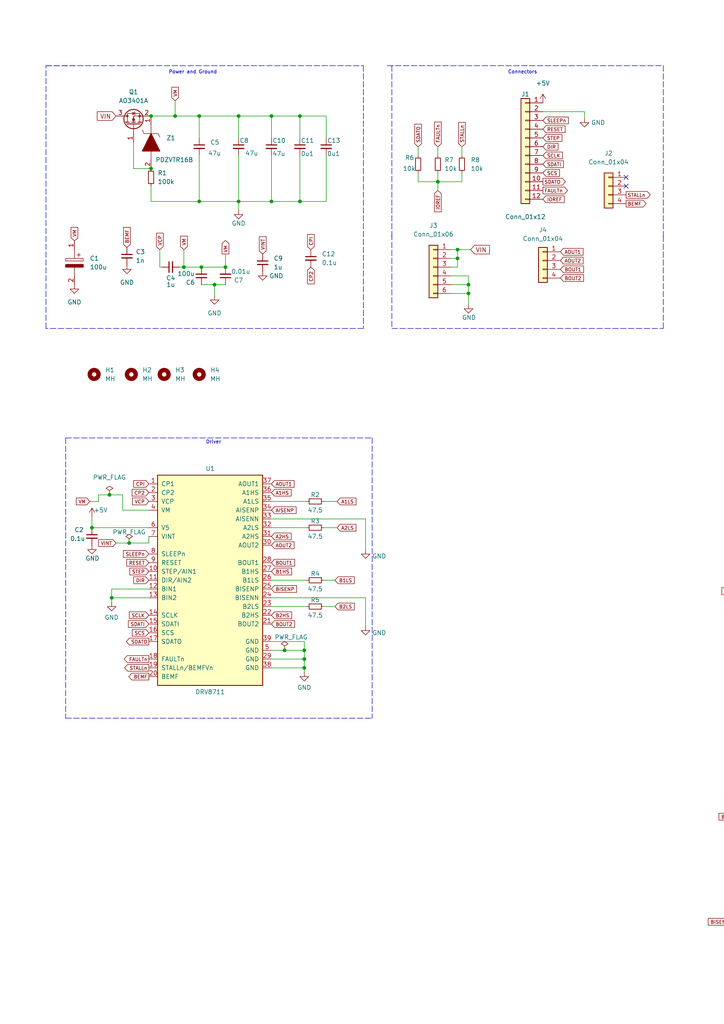
<source format=kicad_sch>
(kicad_sch (version 20211123) (generator eeschema)
  (paper "A4" portrait)
  (title_block (title "Stepper Motor Driver ") (date "2022-11-10") (rev "Mwangi Alex") (company "RoBEC"))
  (junction (at 259.715 264.16))
  (junction (at 262.89 130.175))
  (junction (at 243.205 267.335))
  (junction (at 217.805 226.695))
  (junction (at 62.23 82.55))
  (junction (at 132.715 72.39))
  (junction (at 242.57 219.71))
  (junction (at 284.48 256.54))
  (junction (at 259.08 245.11))
  (junction (at 246.38 116.205))
  (junction (at 252.095 267.335))
  (junction (at 287.655 127))
  (junction (at 218.44 267.335))
  (junction (at 247.015 164.465))
  (junction (at 53.34 77.47))
  (junction (at 127 52.705))
  (junction (at 259.715 267.335))
  (junction (at 135.89 85.09))
  (junction (at 284.48 252.73))
  (junction (at 287.655 123.19))
  (junction (at 283.845 215.265))
  (junction (at 263.525 168.275))
  (junction (at 284.48 248.92))
  (junction (at 246.38 112.395))
  (junction (at 82.55 188.595))
  (junction (at 259.08 236.22))
  (junction (at 217.805 236.855))
  (junction (at 88.265 188.595))
  (junction (at 78.74 33.655))
  (junction (at 220.98 112.395))
  (junction (at 88.265 191.135))
  (junction (at 88.265 193.675))
  (junction (at 43.815 48.895))
  (junction (at 217.805 248.92))
  (junction (at 262.89 149.225))
  (junction (at 243.205 252.73))
  (junction (at 221.615 140.97))
  (junction (at 287.655 119.38))
  (junction (at 283.845 211.455))
  (junction (at 50.8 33.655))
  (junction (at 221.615 130.81))
  (junction (at 246.38 123.825))
  (junction (at 135.89 82.55))
  (junction (at 221.615 153.035))
  (junction (at 283.845 222.885))
  (junction (at 247.015 160.655))
  (junction (at 37.465 157.48))
  (junction (at 287.655 111.76))
  (junction (at 57.785 58.42))
  (junction (at 262.255 111.76))
  (junction (at 283.845 219.075))
  (junction (at 247.015 168.275))
  (junction (at 287.655 115.57))
  (junction (at 26.67 153.035))
  (junction (at 32.385 173.355))
  (junction (at 262.89 127))
  (junction (at 247.015 156.845))
  (junction (at 86.995 33.655))
  (junction (at 221.615 127.635))
  (junction (at 221.615 149.225))
  (junction (at 222.25 171.45))
  (junction (at 217.805 245.11))
  (junction (at 247.015 171.45))
  (junction (at 288.29 160.655))
  (junction (at 243.205 248.92))
  (junction (at 242.57 212.09))
  (junction (at 57.785 33.655))
  (junction (at 288.29 153.035))
  (junction (at 258.445 207.645))
  (junction (at 247.015 153.035))
  (junction (at 263.525 171.45))
  (junction (at 259.08 226.06))
  (junction (at 262.89 153.035))
  (junction (at 288.29 168.275))
  (junction (at 243.205 264.16))
  (junction (at 242.57 215.9))
  (junction (at 65.405 77.47))
  (junction (at 217.805 223.52))
  (junction (at 246.38 127.635))
  (junction (at 243.205 256.54))
  (junction (at 255.905 171.45))
  (junction (at 69.215 58.42))
  (junction (at 43.815 33.655))
  (junction (at 218.44 264.16))
  (junction (at 252.095 278.13))
  (junction (at 132.715 74.93))
  (junction (at 86.995 58.42))
  (junction (at 288.29 156.845))
  (junction (at 78.74 58.42))
  (junction (at 242.57 223.52))
  (junction (at 255.905 182.245))
  (junction (at 217.17 208.28))
  (junction (at 31.75 143.51))
  (junction (at 242.57 208.28))
  (junction (at 69.215 33.655))
  (junction (at 259.08 248.92))
  (junction (at 243.205 260.35))
  (junction (at 283.845 207.645))
  (junction (at 284.48 260.35))
  (junction (at 262.89 140.335))
  (junction (at 259.08 222.885))
  (junction (at 222.25 168.275))
  (junction (at 284.48 264.16))
  (junction (at 246.38 120.015))
  (junction (at 58.42 77.47))
  (junction (at 288.29 164.465))
  (no_connect (at 181.61 51.435))
  (no_connect (at 181.61 53.975))
  (wire (pts (xy 86.995 33.655) (xy 94.615 33.655)))
  (wire (pts (xy 78.74 33.655) (xy 86.995 33.655)))
  (wire (pts (xy 78.74 45.085) (xy 78.74 58.42)))
  (wire (pts (xy 283.845 215.265) (xy 283.845 219.075)))
  (wire (pts (xy 88.265 193.675) (xy 88.265 191.135)))
  (wire (pts (xy 259.08 236.22) (xy 259.08 245.11)))
  (wire (pts (xy 221.615 130.81) (xy 221.615 140.97)))
  (wire (pts (xy 247.015 164.465) (xy 247.015 168.275)))
  (wire (pts (xy 284.48 264.16) (xy 281.94 264.16)))
  (wire (pts (xy 217.17 208.28) (xy 219.71 208.28)))
  (wire (pts (xy 259.08 226.06) (xy 283.845 226.06)))
  (wire (pts (xy 135.89 85.09) (xy 135.89 88.265)))
  (polyline (pts (xy 19.05 127) (xy 107.95 127)))
  (wire (pts (xy 281.94 245.11) (xy 284.48 245.11)))
  (wire (pts (xy 262.89 149.225) (xy 262.89 153.035)))
  (wire (pts (xy 222.25 168.275) (xy 222.25 171.45)))
  (wire (pts (xy 243.84 108.585) (xy 246.38 108.585)))
  (wire (pts (xy 240.03 215.9) (xy 242.57 215.9)))
  (wire (pts (xy 262.255 115.57) (xy 262.255 111.76)))
  (wire (pts (xy 220.98 112.395) (xy 223.52 112.395)))
  (wire (pts (xy 127 52.705) (xy 127 50.165)))
  (wire (pts (xy 247.015 160.655) (xy 247.015 164.465)))
  (wire (pts (xy 259.08 222.885) (xy 260.985 222.885)))
  (wire (pts (xy 244.475 153.035) (xy 247.015 153.035)))
  (wire (pts (xy 242.57 215.9) (xy 242.57 219.71)))
  (wire (pts (xy 78.74 191.135) (xy 88.265 191.135)))
  (wire (pts (xy 252.095 267.335) (xy 259.715 267.335)))
  (wire (pts (xy 259.08 248.92) (xy 261.62 248.92)))
  (wire (pts (xy 263.525 168.275) (xy 265.43 168.275)))
  (wire (pts (xy 265.43 156.845) (xy 262.89 156.845)))
  (wire (pts (xy 285.75 156.845) (xy 288.29 156.845)))
  (wire (pts (xy 283.845 211.455) (xy 283.845 215.265)))
  (wire (pts (xy 255.27 236.22) (xy 259.08 236.22)))
  (wire (pts (xy 94.615 58.42) (xy 94.615 45.085)))
  (wire (pts (xy 127 55.245) (xy 127 52.705)))
  (wire (pts (xy 288.29 171.45) (xy 288.29 168.275)))
  (wire (pts (xy 287.655 107.95) (xy 287.655 111.76)))
  (wire (pts (xy 53.34 72.39) (xy 53.34 77.47)))
  (wire (pts (xy 287.655 115.57) (xy 287.655 119.38)))
  (wire (pts (xy 281.94 252.73) (xy 284.48 252.73)))
  (wire (pts (xy 78.74 150.495) (xy 106.045 150.495)))
  (wire (pts (xy 259.715 264.16) (xy 261.62 264.16)))
  (wire (pts (xy 240.665 248.92) (xy 243.205 248.92)))
  (wire (pts (xy 219.71 204.47) (xy 217.17 204.47)))
  (wire (pts (xy 244.475 156.845) (xy 247.015 156.845)))
  (wire (pts (xy 220.98 108.585) (xy 220.98 112.395)))
  (wire (pts (xy 57.785 58.42) (xy 69.215 58.42)))
  (wire (pts (xy 242.57 223.52) (xy 240.03 223.52)))
  (wire (pts (xy 288.29 149.225) (xy 288.29 153.035)))
  (wire (pts (xy 35.56 143.51) (xy 35.56 147.955)))
  (wire (pts (xy 58.42 77.47) (xy 65.405 77.47)))
  (wire (pts (xy 243.205 245.11) (xy 243.205 248.92)))
  (wire (pts (xy 244.475 160.655) (xy 247.015 160.655)))
  (wire (pts (xy 243.205 267.335) (xy 243.205 264.16)))
  (wire (pts (xy 285.115 107.95) (xy 287.655 107.95)))
  (wire (pts (xy 78.74 188.595) (xy 82.55 188.595)))
  (wire (pts (xy 219.71 219.71) (xy 217.805 219.71)))
  (wire (pts (xy 43.815 33.655) (xy 50.8 33.655)))
  (wire (pts (xy 88.265 191.135) (xy 88.265 188.595)))
  (wire (pts (xy 240.665 252.73) (xy 243.205 252.73)))
  (wire (pts (xy 130.81 85.09) (xy 135.89 85.09)))
  (wire (pts (xy 43.815 53.975) (xy 43.815 58.42)))
  (wire (pts (xy 43.815 48.895) (xy 38.735 48.895)))
  (wire (pts (xy 246.38 123.825) (xy 246.38 127.635)))
  (wire (pts (xy 78.74 153.035) (xy 88.9 153.035)))
  (wire (pts (xy 264.795 115.57) (xy 262.255 115.57)))
  (polyline (pts (xy 19.05 208.28) (xy 107.95 208.28)))
  (wire (pts (xy 32.385 170.815) (xy 32.385 173.355)))
  (wire (pts (xy 255.27 207.645) (xy 258.445 207.645)))
  (wire (pts (xy 28.575 145.415) (xy 28.575 143.51)))
  (wire (pts (xy 285.75 153.035) (xy 288.29 153.035)))
  (wire (pts (xy 247.015 156.845) (xy 247.015 160.655)))
  (wire (pts (xy 217.805 252.73) (xy 217.805 248.92)))
  (wire (pts (xy 284.48 260.35) (xy 284.48 264.16)))
  (wire (pts (xy 93.98 145.415) (xy 97.79 145.415)))
  (wire (pts (xy 247.015 182.245) (xy 255.905 182.245)))
  (wire (pts (xy 130.81 80.01) (xy 135.89 80.01)))
  (wire (pts (xy 243.205 252.73) (xy 243.205 256.54)))
  (wire (pts (xy 243.84 116.205) (xy 246.38 116.205)))
  (wire (pts (xy 57.785 45.085) (xy 57.785 58.42)))
  (wire (pts (xy 130.81 72.39) (xy 132.715 72.39)))
  (wire (pts (xy 258.445 203.835) (xy 258.445 207.645)))
  (wire (pts (xy 78.74 173.355) (xy 106.045 173.355)))
  (wire (pts (xy 130.81 82.55) (xy 135.89 82.55)))
  (wire (pts (xy 262.89 130.175) (xy 262.89 140.335)))
  (wire (pts (xy 283.845 203.835) (xy 283.845 207.645)))
  (wire (pts (xy 252.095 278.13) (xy 252.095 279.4)))
  (wire (pts (xy 285.115 111.76) (xy 287.655 111.76)))
  (wire (pts (xy 217.805 248.92) (xy 220.345 248.92)))
  (wire (pts (xy 247.015 171.45) (xy 255.905 171.45)))
  (wire (pts (xy 287.655 123.19) (xy 287.655 127)))
  (wire (pts (xy 224.155 149.225) (xy 221.615 149.225)))
  (wire (pts (xy 121.285 52.705) (xy 127 52.705)))
  (wire (pts (xy 43.18 170.815) (xy 32.385 170.815)))
  (wire (pts (xy 240.03 204.47) (xy 242.57 204.47)))
  (wire (pts (xy 215.265 236.855) (xy 217.805 236.855)))
  (wire (pts (xy 78.74 58.42) (xy 86.995 58.42)))
  (wire (pts (xy 285.75 149.225) (xy 288.29 149.225)))
  (wire (pts (xy 221.615 123.825) (xy 221.615 127.635)))
  (wire (pts (xy 283.845 207.645) (xy 283.845 211.455)))
  (wire (pts (xy 247.015 149.225) (xy 247.015 153.035)))
  (wire (pts (xy 288.29 153.035) (xy 288.29 156.845)))
  (wire (pts (xy 255.905 171.45) (xy 255.905 175.895)))
  (wire (pts (xy 43.18 157.48) (xy 37.465 157.48)))
  (wire (pts (xy 281.94 256.54) (xy 284.48 256.54)))
  (wire (pts (xy 281.94 248.92) (xy 284.48 248.92)))
  (wire (pts (xy 26.67 153.035) (xy 43.18 153.035)))
  (wire (pts (xy 284.48 256.54) (xy 284.48 260.35)))
  (wire (pts (xy 243.205 248.92) (xy 243.205 252.73)))
  (wire (pts (xy 244.475 164.465) (xy 247.015 164.465)))
  (wire (pts (xy 283.845 222.885) (xy 281.305 222.885)))
  (wire (pts (xy 287.655 119.38) (xy 287.655 123.19)))
  (wire (pts (xy 222.25 171.45) (xy 247.015 171.45)))
  (wire (pts (xy 243.205 267.335) (xy 252.095 267.335)))
  (wire (pts (xy 219.71 212.09) (xy 217.17 212.09)))
  (wire (pts (xy 31.75 143.51) (xy 35.56 143.51)))
  (wire (pts (xy 287.655 130.175) (xy 287.655 127)))
  (wire (pts (xy 260.985 203.835) (xy 258.445 203.835)))
  (wire (pts (xy 221.615 140.97) (xy 221.615 149.225)))
  (wire (pts (xy 93.98 153.035) (xy 97.79 153.035)))
  (wire (pts (xy 265.43 164.465) (xy 263.525 164.465)))
  (wire (pts (xy 240.03 219.71) (xy 242.57 219.71)))
  (wire (pts (xy 255.905 182.245) (xy 255.905 183.515)))
  (wire (pts (xy 283.845 219.075) (xy 283.845 222.885)))
  (wire (pts (xy 252.095 276.86) (xy 252.095 278.13)))
  (wire (pts (xy 261.62 260.35) (xy 259.715 260.35)))
  (wire (pts (xy 135.89 80.01) (xy 135.89 82.55)))
  (wire (pts (xy 106.045 173.355) (xy 106.045 181.61)))
  (wire (pts (xy 287.655 127) (xy 285.115 127)))
  (wire (pts (xy 121.285 42.545) (xy 121.285 45.085)))
  (wire (pts (xy 217.17 212.09) (xy 217.17 208.28)))
  (wire (pts (xy 35.56 147.955) (xy 43.18 147.955)))
  (wire (pts (xy 86.995 45.085) (xy 86.995 58.42)))
  (wire (pts (xy 263.525 164.465) (xy 263.525 168.275)))
  (polyline (pts (xy 113.665 67.945) (xy 113.665 95.25)))
  (wire (pts (xy 261.62 245.11) (xy 259.08 245.11)))
  (wire (pts (xy 288.29 168.275) (xy 285.75 168.275)))
  (wire (pts (xy 240.665 260.35) (xy 243.205 260.35)))
  (wire (pts (xy 281.305 215.265) (xy 283.845 215.265)))
  (wire (pts (xy 261.62 252.73) (xy 259.08 252.73)))
  (wire (pts (xy 78.74 193.675) (xy 88.265 193.675)))
  (wire (pts (xy 219.075 112.395) (xy 220.98 112.395)))
  (wire (pts (xy 240.03 208.28) (xy 242.57 208.28)))
  (wire (pts (xy 78.74 175.895) (xy 88.9 175.895)))
  (wire (pts (xy 169.545 32.385) (xy 169.545 34.29)))
  (wire (pts (xy 288.29 160.655) (xy 288.29 164.465)))
  (wire (pts (xy 240.03 212.09) (xy 242.57 212.09)))
  (wire (pts (xy 246.38 108.585) (xy 246.38 112.395)))
  (wire (pts (xy 28.575 143.51) (xy 31.75 143.51)))
  (wire (pts (xy 218.44 264.16) (xy 218.44 267.335)))
  (polyline (pts (xy 192.405 95.25) (xy 192.405 67.945)))
  (wire (pts (xy 220.345 252.73) (xy 217.805 252.73)))
  (wire (pts (xy 262.255 111.76) (xy 264.795 111.76)))
  (wire (pts (xy 242.57 212.09) (xy 242.57 215.9)))
  (wire (pts (xy 82.55 188.595) (xy 88.265 188.595)))
  (wire (pts (xy 260.985 219.075) (xy 259.08 219.075)))
  (wire (pts (xy 88.265 186.055) (xy 78.74 186.055)))
  (wire (pts (xy 93.98 175.895) (xy 97.155 175.895)))
  (polyline (pts (xy 192.405 19.05) (xy 192.405 69.215)))
  (wire (pts (xy 26.67 149.86) (xy 26.67 153.035)))
  (wire (pts (xy 240.665 256.54) (xy 243.205 256.54)))
  (wire (pts (xy 262.89 153.035) (xy 265.43 153.035)))
  (wire (pts (xy 78.74 145.415) (xy 88.9 145.415)))
  (wire (pts (xy 262.89 127) (xy 262.89 130.175)))
  (wire (pts (xy 247.015 153.035) (xy 247.015 156.845)))
  (wire (pts (xy 221.615 130.81) (xy 246.38 130.81)))
  (wire (pts (xy 69.215 45.085) (xy 69.215 58.42)))
  (wire (pts (xy 223.52 116.205) (xy 220.98 116.205)))
  (wire (pts (xy 218.44 260.35) (xy 218.44 264.16)))
  (wire (pts (xy 127 42.545) (xy 127 45.085)))
  (wire (pts (xy 223.52 108.585) (xy 220.98 108.585)))
  (wire (pts (xy 127 52.705) (xy 133.985 52.705)))
  (wire (pts (xy 242.57 219.71) (xy 242.57 223.52)))
  (wire (pts (xy 217.805 236.855) (xy 217.805 245.11)))
  (wire (pts (xy 285.115 115.57) (xy 287.655 115.57)))
  (wire (pts (xy 240.665 245.11) (xy 243.205 245.11)))
  (wire (pts (xy 217.805 226.695) (xy 242.57 226.695)))
  (wire (pts (xy 222.25 164.465) (xy 222.25 168.275)))
  (wire (pts (xy 69.215 33.655) (xy 69.215 40.005)))
  (wire (pts (xy 285.75 164.465) (xy 288.29 164.465)))
  (wire (pts (xy 247.015 168.275) (xy 244.475 168.275)))
  (wire (pts (xy 243.205 264.16) (xy 240.665 264.16)))
  (wire (pts (xy 262.89 156.845) (xy 262.89 153.035)))
  (wire (pts (xy 281.305 219.075) (xy 283.845 219.075)))
  (wire (pts (xy 259.08 111.76) (xy 262.255 111.76)))
  (wire (pts (xy 78.74 33.655) (xy 78.74 40.005)))
  (wire (pts (xy 69.215 33.655) (xy 78.74 33.655)))
  (wire (pts (xy 246.38 116.205) (xy 246.38 120.015)))
  (wire (pts (xy 220.98 116.205) (xy 220.98 112.395)))
  (wire (pts (xy 246.38 130.81) (xy 246.38 127.635)))
  (polyline (pts (xy 19.05 127) (xy 19.05 208.28)))
  (wire (pts (xy 259.08 140.335) (xy 262.89 140.335)))
  (wire (pts (xy 243.84 120.015) (xy 246.38 120.015)))
  (wire (pts (xy 283.845 226.06) (xy 283.845 222.885)))
  (wire (pts (xy 50.8 29.21) (xy 50.8 33.655)))
  (wire (pts (xy 220.345 245.11) (xy 217.805 245.11)))
  (wire (pts (xy 69.215 58.42) (xy 78.74 58.42)))
  (wire (pts (xy 58.42 82.55) (xy 62.23 82.55)))
  (wire (pts (xy 262.89 123.19) (xy 262.89 127)))
  (wire (pts (xy 32.385 173.355) (xy 32.385 174.625)))
  (wire (pts (xy 132.715 72.39) (xy 136.525 72.39)))
  (wire (pts (xy 62.23 82.55) (xy 65.405 82.55)))
  (polyline (pts (xy 105.41 95.25) (xy 13.335 95.25)))
  (polyline (pts (xy 13.335 95.25) (xy 13.335 19.05)))
  (wire (pts (xy 78.74 168.275) (xy 88.9 168.275)))
  (wire (pts (xy 217.805 223.52) (xy 219.71 223.52)))
  (wire (pts (xy 243.205 256.54) (xy 243.205 260.35)))
  (wire (pts (xy 43.18 173.355) (xy 32.385 173.355)))
  (wire (pts (xy 217.805 226.695) (xy 217.805 236.855)))
  (wire (pts (xy 252.095 267.335) (xy 252.095 271.78)))
  (wire (pts (xy 57.785 33.655) (xy 69.215 33.655)))
  (wire (pts (xy 258.445 207.645) (xy 260.985 207.645)))
  (wire (pts (xy 259.08 219.075) (xy 259.08 222.885)))
  (wire (pts (xy 130.81 74.93) (xy 132.715 74.93)))
  (wire (pts (xy 262.255 107.95) (xy 262.255 111.76)))
  (wire (pts (xy 217.805 245.11) (xy 217.805 248.92)))
  (wire (pts (xy 43.18 155.575) (xy 43.18 157.48)))
  (wire (pts (xy 281.305 211.455) (xy 283.845 211.455)))
  (wire (pts (xy 255.905 171.45) (xy 263.525 171.45)))
  (wire (pts (xy 132.715 74.93) (xy 132.715 72.39)))
  (wire (pts (xy 284.48 248.92) (xy 284.48 252.73)))
  (wire (pts (xy 246.38 112.395) (xy 246.38 116.205)))
  (wire (pts (xy 94.615 33.655) (xy 94.615 40.005)))
  (wire (pts (xy 284.48 252.73) (xy 284.48 256.54)))
  (wire (pts (xy 243.205 260.35) (xy 243.205 264.16)))
  (wire (pts (xy 263.525 171.45) (xy 288.29 171.45)))
  (wire (pts (xy 259.08 222.885) (xy 259.08 226.06)))
  (wire (pts (xy 43.815 58.42) (xy 57.785 58.42)))
  (wire (pts (xy 217.805 219.71) (xy 217.805 223.52)))
  (wire (pts (xy 65.405 77.47) (xy 65.405 73.66)))
  (wire (pts (xy 244.475 149.225) (xy 247.015 149.225)))
  (wire (pts (xy 287.655 111.76) (xy 287.655 115.57)))
  (wire (pts (xy 255.905 180.975) (xy 255.905 182.245)))
  (wire (pts (xy 218.44 267.335) (xy 243.205 267.335)))
  (wire (pts (xy 221.615 127.635) (xy 221.615 130.81)))
  (wire (pts (xy 262.89 130.175) (xy 287.655 130.175)))
  (wire (pts (xy 217.805 223.52) (xy 217.805 226.695)))
  (wire (pts (xy 260.985 211.455) (xy 258.445 211.455)))
  (wire (pts (xy 242.57 226.695) (xy 242.57 223.52)))
  (wire (pts (xy 133.985 42.545) (xy 133.985 45.085)))
  (wire (pts (xy 219.075 140.97) (xy 221.615 140.97)))
  (wire (pts (xy 246.38 120.015) (xy 246.38 123.825)))
  (wire (pts (xy 221.615 127.635) (xy 223.52 127.635)))
  (polyline (pts (xy 107.95 127) (xy 107.95 208.28)))
  (wire (pts (xy 46.355 72.39) (xy 46.355 77.47)))
  (wire (pts (xy 86.995 33.655) (xy 86.995 40.005)))
  (wire (pts (xy 221.615 153.035) (xy 224.155 153.035)))
  (wire (pts (xy 57.785 40.005) (xy 57.785 33.655)))
  (wire (pts (xy 243.84 123.825) (xy 246.38 123.825)))
  (wire (pts (xy 246.38 127.635) (xy 243.84 127.635)))
  (wire (pts (xy 222.25 168.275) (xy 224.155 168.275)))
  (wire (pts (xy 224.155 164.465) (xy 222.25 164.465)))
  (wire (pts (xy 215.265 208.28) (xy 217.17 208.28)))
  (wire (pts (xy 285.115 119.38) (xy 287.655 119.38)))
  (polyline (pts (xy 13.335 19.05) (xy 105.41 19.05)))
  (wire (pts (xy 221.615 156.845) (xy 221.615 153.035)))
  (wire (pts (xy 247.015 171.45) (xy 247.015 168.275)))
  (wire (pts (xy 242.57 204.47) (xy 242.57 208.28)))
  (wire (pts (xy 224.155 156.845) (xy 221.615 156.845)))
  (wire (pts (xy 133.985 52.705) (xy 133.985 50.165)))
  (wire (pts (xy 243.205 278.13) (xy 252.095 278.13)))
  (wire (pts (xy 62.23 85.725) (xy 62.23 82.55)))
  (wire (pts (xy 50.8 33.655) (xy 57.785 33.655)))
  (wire (pts (xy 264.795 107.95) (xy 262.255 107.95)))
  (wire (pts (xy 221.615 149.225) (xy 221.615 153.035)))
  (wire (pts (xy 285.75 160.655) (xy 288.29 160.655)))
  (wire (pts (xy 259.08 252.73) (xy 259.08 248.92)))
  (wire (pts (xy 262.89 127) (xy 264.795 127)))
  (wire (pts (xy 284.48 245.11) (xy 284.48 248.92)))
  (wire (pts (xy 288.29 156.845) (xy 288.29 160.655)))
  (wire (pts (xy 281.94 260.35) (xy 284.48 260.35)))
  (wire (pts (xy 262.89 140.335) (xy 262.89 149.225)))
  (wire (pts (xy 223.52 123.825) (xy 221.615 123.825)))
  (wire (pts (xy 132.715 77.47) (xy 130.81 77.47)))
  (wire (pts (xy 212.725 267.335) (xy 218.44 267.335)))
  (wire (pts (xy 88.265 188.595) (xy 88.265 186.055)))
  (wire (pts (xy 88.265 194.945) (xy 88.265 193.675)))
  (wire (pts (xy 135.89 82.55) (xy 135.89 85.09)))
  (wire (pts (xy 259.715 260.35) (xy 259.715 264.16)))
  (polyline (pts (xy 112.395 19.05) (xy 192.405 19.05)))
  (wire (pts (xy 132.715 74.93) (xy 132.715 77.47)))
  (wire (pts (xy 93.98 168.275) (xy 97.155 168.275)))
  (wire (pts (xy 53.34 77.47) (xy 52.07 77.47)))
  (polyline (pts (xy 113.665 95.25) (xy 192.405 95.25)))
  (wire (pts (xy 69.215 60.96) (xy 69.215 58.42)))
  (wire (pts (xy 264.795 123.19) (xy 262.89 123.19)))
  (polyline (pts (xy 105.41 19.05) (xy 105.41 95.25)))
  (wire (pts (xy 243.84 112.395) (xy 246.38 112.395)))
  (wire (pts (xy 220.345 260.35) (xy 218.44 260.35)))
  (wire (pts (xy 263.525 168.275) (xy 263.525 171.45)))
  (wire (pts (xy 259.08 245.11) (xy 259.08 248.92)))
  (wire (pts (xy 259.715 267.335) (xy 284.48 267.335)))
  (wire (pts (xy 281.305 203.835) (xy 283.845 203.835)))
  (polyline (pts (xy 13.335 19.05) (xy 21.59 19.05)))
  (wire (pts (xy 265.43 149.225) (xy 262.89 149.225)))
  (wire (pts (xy 26.035 145.415) (xy 28.575 145.415)))
  (wire (pts (xy 281.305 207.645) (xy 283.845 207.645)))
  (wire (pts (xy 86.995 58.42) (xy 94.615 58.42)))
  (wire (pts (xy 218.44 264.16) (xy 220.345 264.16)))
  (wire (pts (xy 106.045 150.495) (xy 106.045 159.385)))
  (wire (pts (xy 38.735 48.895) (xy 38.735 41.275)))
  (wire (pts (xy 285.115 123.19) (xy 287.655 123.19)))
  (wire (pts (xy 46.355 77.47) (xy 46.99 77.47)))
  (wire (pts (xy 121.285 50.165) (xy 121.285 52.705)))
  (wire (pts (xy 157.48 32.385) (xy 169.545 32.385)))
  (wire (pts (xy 53.34 77.47) (xy 58.42 77.47)))
  (wire (pts (xy 258.445 211.455) (xy 258.445 207.645)))
  (wire (pts (xy 216.535 171.45) (xy 222.25 171.45)))
  (polyline (pts (xy 113.665 19.05) (xy 113.665 69.215)))
  (wire (pts (xy 284.48 267.335) (xy 284.48 264.16)))
  (wire (pts (xy 242.57 208.28) (xy 242.57 212.09)))
  (wire (pts (xy 37.465 157.48) (xy 33.655 157.48)))
  (wire (pts (xy 259.715 264.16) (xy 259.715 267.335)))
  (wire (pts (xy 288.29 164.465) (xy 288.29 168.275)))
  (wire (pts (xy 259.08 226.06) (xy 259.08 236.22)))
  (wire (pts (xy 217.17 204.47) (xy 217.17 208.28)))
  (text "Power and Ground\n" (at 48.895 21.59 0) (effects (font (size 1 1)) (justify left bottom)))
  (text "Connectors" (at 147.32 21.59 0) (effects (font (size 1 1)) (justify left bottom)))
  (text "Driver" (at 59.69 128.905 0) (effects (font (size 1 1)) (justify left bottom)))
  (global_label "A1LS" (shape input) (at 97.79 145.415 0) (effects (font (size 1 1))) (property "Intersheet References" "${INTERSHEET_REFS}" (effects hide)))
  (global_label "B1HS" (shape input) (at 78.74 165.735 0) (effects (font (size 1 1))) (property "Intersheet References" "${INTERSHEET_REFS}" (effects hide)))
  (global_label "VM" (shape input) (at 50.8 29.21 90) (effects (font (size 1 1))) (property "Intersheet References" "${INTERSHEET_REFS}" (effects hide)))
  (global_label "VM" (shape output) (at 65.405 73.66 90) (effects (font (size 1 1))) (property "Intersheet References" "${INTERSHEET_REFS}" (effects hide)))
  (global_label "STALLn" (shape output) (at 43.18 193.675 180) (effects (font (size 1 1))) (property "Intersheet References" "${INTERSHEET_REFS}" (effects hide)))
  (global_label "BISENP" (shape input) (at 78.74 170.815 0) (effects (font (size 1 1))) (property "Intersheet References" "${INTERSHEET_REFS}" (effects hide)))
  (global_label "AISENP" (shape input) (at 78.74 147.955 0) (effects (font (size 1 1))) (property "Intersheet References" "${INTERSHEET_REFS}" (effects hide)))
  (global_label "SCS" (shape input) (at 157.48 50.165 0) (effects (font (size 1 1))) (property "Intersheet References" "${INTERSHEET_REFS}" (effects hide)))
  (global_label "VM" (shape input) (at 21.59 69.85 90) (effects (font (size 1 1))) (property "Intersheet References" "${INTERSHEET_REFS}" (effects hide)))
  (global_label "SDATI" (shape input) (at 43.18 180.975 180) (effects (font (size 1 1))) (property "Intersheet References" "${INTERSHEET_REFS}" (effects hide)))
  (global_label "BOUT2" (shape input) (at 255.27 236.22 180) (effects (font (size 1 1))) (property "Intersheet References" "${INTERSHEET_REFS}" (effects hide)))
  (global_label "BOUT2" (shape input) (at 78.74 180.975 0) (effects (font (size 1 1))) (property "Intersheet References" "${INTERSHEET_REFS}" (effects hide)))
  (global_label "SDATI" (shape input) (at 157.48 47.625 0) (effects (font (size 1 1))) (property "Intersheet References" "${INTERSHEET_REFS}" (effects hide)))
  (global_label "BEMF" (shape input) (at 36.83 71.755 90) (effects (font (size 1 1))) (property "Intersheet References" "${INTERSHEET_REFS}" (effects hide)))
  (global_label "B1HS" (shape input) (at 219.71 215.9 180) (effects (font (size 1 1))) (property "Intersheet References" "${INTERSHEET_REFS}" (effects hide)))
  (global_label "SDATO" (shape input) (at 121.285 42.545 90) (effects (font (size 1 1))) (property "Intersheet References" "${INTERSHEET_REFS}" (effects hide)))
  (global_label "BEMF" (shape output) (at 181.61 59.055 0) (effects (font (size 1 1))) (property "Intersheet References" "${INTERSHEET_REFS}" (effects hide)))
  (global_label "VCP" (shape input) (at 46.355 72.39 90) (effects (font (size 1 1))) (property "Intersheet References" "${INTERSHEET_REFS}" (effects hide)))
  (global_label "A2LS" (shape input) (at 97.79 153.035 0) (effects (font (size 1 1))) (property "Intersheet References" "${INTERSHEET_REFS}" (effects hide)))
  (global_label "STALLn" (shape output) (at 181.61 56.515 0) (effects (font (size 1 1))) (property "Intersheet References" "${INTERSHEET_REFS}" (effects hide)))
  (global_label "IOREF" (shape input) (at 157.48 57.785 0) (effects (font (size 1 1))) (property "Intersheet References" "${INTERSHEET_REFS}" (effects hide)))
  (global_label "AOUT2" (shape input) (at 162.56 75.565 0) (effects (font (size 1 1))) (property "Intersheet References" "${INTERSHEET_REFS}" (effects hide)))
  (global_label "BOUT1" (shape input) (at 215.265 236.855 180) (effects (font (size 1 1))) (property "Intersheet References" "${INTERSHEET_REFS}" (effects hide)))
  (global_label "SCS" (shape input) (at 43.18 183.515 180) (effects (font (size 1 1))) (property "Intersheet References" "${INTERSHEET_REFS}" (effects hide)))
  (global_label "VM" (shape input) (at 215.265 208.28 180) (effects (font (size 1 1))) (property "Intersheet References" "${INTERSHEET_REFS}" (effects hide)))
  (global_label "VM" (shape input) (at 53.34 72.39 90) (effects (font (size 1 1))) (property "Intersheet References" "${INTERSHEET_REFS}" (effects hide)))
  (global_label "BOUT2" (shape input) (at 162.56 80.645 0) (effects (font (size 1 1))) (property "Intersheet References" "${INTERSHEET_REFS}" (effects hide)))
  (global_label "A1LS" (shape input) (at 224.155 160.655 180) (effects (font (size 1 1))) (property "Intersheet References" "${INTERSHEET_REFS}" (effects hide)))
  (global_label "BISENP" (shape input) (at 212.725 267.335 180) (effects (font (size 1 1))) (property "Intersheet References" "${INTERSHEET_REFS}" (effects hide)))
  (global_label "VM" (shape input) (at 259.08 111.76 180) (effects (font (size 1 1))) (property "Intersheet References" "${INTERSHEET_REFS}" (effects hide)))
  (global_label "VINT" (shape input) (at 33.655 157.48 180) (effects (font (size 1 1))) (property "Intersheet References" "${INTERSHEET_REFS}" (effects hide)))
  (global_label "SLEEPn" (shape input) (at 43.18 160.655 180) (effects (font (size 1 1))) (property "Intersheet References" "${INTERSHEET_REFS}" (effects hide)))
  (global_label "BEMF" (shape output) (at 43.18 196.215 180) (effects (font (size 1 1))) (property "Intersheet References" "${INTERSHEET_REFS}" (effects hide)))
  (global_label "AISENP" (shape input) (at 216.535 171.45 180) (effects (font (size 1 1))) (property "Intersheet References" "${INTERSHEET_REFS}" (effects hide)))
  (global_label "VIN" (shape input) (at 136.525 72.39 0) (property "Intersheet References" "${INTERSHEET_REFS}" (effects hide)))
  (global_label "STALLn" (shape input) (at 133.985 42.545 90) (effects (font (size 1 1))) (property "Intersheet References" "${INTERSHEET_REFS}" (effects hide)))
  (global_label "FAULTn" (shape output) (at 157.48 55.245 0) (effects (font (size 1 1))) (property "Intersheet References" "${INTERSHEET_REFS}" (effects hide)))
  (global_label "CP2" (shape input) (at 43.18 142.875 180) (effects (font (size 1 1))) (property "Intersheet References" "${INTERSHEET_REFS}" (effects hide)))
  (global_label "A2LS" (shape input) (at 265.43 160.655 180) (effects (font (size 1 1))) (property "Intersheet References" "${INTERSHEET_REFS}" (effects hide)))
  (global_label "A2HS" (shape input) (at 78.74 155.575 0) (effects (font (size 1 1))) (property "Intersheet References" "${INTERSHEET_REFS}" (effects hide)))
  (global_label "VCP" (shape input) (at 43.18 145.415 180) (effects (font (size 1 1))) (property "Intersheet References" "${INTERSHEET_REFS}" (effects hide)))
  (global_label "VM" (shape input) (at 26.035 145.415 180) (effects (font (size 1 1))) (property "Intersheet References" "${INTERSHEET_REFS}" (effects hide)))
  (global_label "CPI" (shape input) (at 43.18 140.335 180) (effects (font (size 1 1))) (property "Intersheet References" "${INTERSHEET_REFS}" (effects hide)))
  (global_label "VM" (shape input) (at 219.075 112.395 180) (effects (font (size 1 1))) (property "Intersheet References" "${INTERSHEET_REFS}" (effects hide)))
  (global_label "BOUT1" (shape input) (at 162.56 78.105 0) (effects (font (size 1 1))) (property "Intersheet References" "${INTERSHEET_REFS}" (effects hide)))
  (global_label "B2LS" (shape input) (at 97.155 175.895 0) (effects (font (size 1 1))) (property "Intersheet References" "${INTERSHEET_REFS}" (effects hide)))
  (global_label "SDATO" (shape output) (at 43.18 186.055 180) (effects (font (size 1 1))) (property "Intersheet References" "${INTERSHEET_REFS}" (effects hide)))
  (global_label "A1HS" (shape input) (at 223.52 120.015 180) (effects (font (size 1 1))) (property "Intersheet References" "${INTERSHEET_REFS}" (effects hide)))
  (global_label "IOREF" (shape input) (at 127 55.245 270) (effects (font (size 1 1))) (property "Intersheet References" "${INTERSHEET_REFS}" (effects hide)))
  (global_label "VINT" (shape input) (at 76.2 73.66 90) (effects (font (size 1 1))) (property "Intersheet References" "${INTERSHEET_REFS}" (effects hide)))
  (global_label "FAULTn" (shape output) (at 43.18 191.135 180) (effects (font (size 1 1))) (property "Intersheet References" "${INTERSHEET_REFS}" (effects hide)))
  (global_label "B2HS" (shape input) (at 260.985 215.265 180) (effects (font (size 1 1))) (property "Intersheet References" "${INTERSHEET_REFS}" (effects hide)))
  (global_label "SCLK" (shape input) (at 157.48 45.085 0) (effects (font (size 1 1))) (property "Intersheet References" "${INTERSHEET_REFS}" (effects hide)))
  (global_label "DIR" (shape input) (at 43.18 168.275 180) (effects (font (size 1 1))) (property "Intersheet References" "${INTERSHEET_REFS}" (effects hide)))
  (global_label "B1LS" (shape input) (at 97.155 168.275 0) (effects (font (size 1 1))) (property "Intersheet References" "${INTERSHEET_REFS}" (effects hide)))
  (global_label "B2HS" (shape input) (at 78.74 178.435 0) (effects (font (size 1 1))) (property "Intersheet References" "${INTERSHEET_REFS}" (effects hide)))
  (global_label "AOUT1" (shape input) (at 78.74 140.335 0) (effects (font (size 1 1))) (property "Intersheet References" "${INTERSHEET_REFS}" (effects hide)))
  (global_label "CPI" (shape input) (at 90.17 72.39 90) (effects (font (size 1 1))) (property "Intersheet References" "${INTERSHEET_REFS}" (effects hide)))
  (global_label "B2LS" (shape input) (at 261.62 256.54 180) (effects (font (size 1 1))) (property "Intersheet References" "${INTERSHEET_REFS}" (effects hide)))
  (global_label "AOUT2" (shape input) (at 78.74 158.115 0) (effects (font (size 1 1))) (property "Intersheet References" "${INTERSHEET_REFS}" (effects hide)))
  (global_label "VM" (shape input) (at 255.27 207.645 180) (effects (font (size 1 1))) (property "Intersheet References" "${INTERSHEET_REFS}" (effects hide)))
  (global_label "AOUT2" (shape input) (at 259.08 140.335 180) (effects (font (size 1 1))) (property "Intersheet References" "${INTERSHEET_REFS}" (effects hide)))
  (global_label "BISENN" (shape input) (at 238.125 278.13 180) (effects (font (size 1 1))) (property "Intersheet References" "${INTERSHEET_REFS}" (effects hide)))
  (global_label "RESET" (shape input) (at 43.18 163.195 180) (effects (font (size 1 1))) (property "Intersheet References" "${INTERSHEET_REFS}" (effects hide)))
  (global_label "CP2" (shape input) (at 90.17 77.47 270) (effects (font (size 1 1))) (property "Intersheet References" "${INTERSHEET_REFS}" (effects hide)))
  (global_label "SCLK" (shape input) (at 43.18 178.435 180) (effects (font (size 1 1))) (property "Intersheet References" "${INTERSHEET_REFS}" (effects hide)))
  (global_label "AISENN" (shape input) (at 241.935 182.245 180) (effects (font (size 1 1))) (property "Intersheet References" "${INTERSHEET_REFS}" (effects hide)))
  (global_label "B1LS" (shape input) (at 220.345 256.54 180) (effects (font (size 1 1))) (property "Intersheet References" "${INTERSHEET_REFS}" (effects hide)))
  (global_label "AOUT1" (shape input) (at 219.075 140.97 180) (effects (font (size 1 1))) (property "Intersheet References" "${INTERSHEET_REFS}" (effects hide)))
  (global_label "DIR" (shape input) (at 157.48 42.545 0) (effects (font (size 1 1))) (property "Intersheet References" "${INTERSHEET_REFS}" (effects hide)))
  (global_label "STEP" (shape input) (at 157.48 40.005 0) (effects (font (size 1 1))) (property "Intersheet References" "${INTERSHEET_REFS}" (effects hide)))
  (global_label "AOUT1" (shape input) (at 162.56 73.025 0) (effects (font (size 1 1))) (property "Intersheet References" "${INTERSHEET_REFS}" (effects hide)))
  (global_label "VIN" (shape input) (at 33.655 33.655 180) (property "Intersheet References" "${INTERSHEET_REFS}" (effects hide)))
  (global_label "FAULTn" (shape input) (at 127 42.545 90) (effects (font (size 1 1))) (property "Intersheet References" "${INTERSHEET_REFS}" (effects hide)))
  (global_label "RESET" (shape input) (at 157.48 37.465 0) (effects (font (size 1 1))) (property "Intersheet References" "${INTERSHEET_REFS}" (effects hide)))
  (global_label "SLEEPn" (shape input) (at 157.48 34.925 0) (effects (font (size 1 1))) (property "Intersheet References" "${INTERSHEET_REFS}" (effects hide)))
  (global_label "A1HS" (shape input) (at 78.74 142.875 0) (effects (font (size 1 1))) (property "Intersheet References" "${INTERSHEET_REFS}" (effects hide)))
  (global_label "STEP" (shape input) (at 43.18 165.735 180) (effects (font (size 1 1))) (property "Intersheet References" "${INTERSHEET_REFS}" (effects hide)))
  (global_label "A2HS" (shape input) (at 264.795 119.38 180) (effects (font (size 1 1))) (property "Intersheet References" "${INTERSHEET_REFS}" (effects hide)))
  (global_label "BOUT1" (shape input) (at 78.74 163.195 0) (effects (font (size 1 1))) (property "Intersheet References" "${INTERSHEET_REFS}" (effects hide)))
  (global_label "SDATO" (shape output) (at 157.48 52.705 0) (effects (font (size 1 1))) (property "Intersheet References" "${INTERSHEET_REFS}" (effects hide)))
  (symbol (lib_id "Device:R_Small") (at 43.815 51.435 0) (unit 1)
    (property "Reference" "R1" (at 45.72 50.1649 0) (effects (justify left)))
    (property "Value" "100k" (at 45.72 52.7049 0) (effects (justify left)))
    (property "Footprint" "Resistor_SMD:R_0603_1608Metric" (effects hide))
  )
  (symbol (lib_id "Moshte:FDMS86500DC") (at 229.87 214.63 0) (unit 1)
    (property "Reference" "U2" (at 229.87 197.485 0))
    (property "Value" "FDMS86500DC" (at 229.87 200.025 0))
    (property "Footprint" "Moshte:FDMS86500L" (effects hide))
  )
  (symbol (lib_id "power:PWR_FLAG") (at 31.75 143.51 0) (unit 1)
    (property "Reference" "#FLG0103" (effects hide))
    (property "Value" "PWR_FLAG" (at 31.75 138.43 0))
  )
  (symbol (lib_id "power:GND") (at 36.83 76.835 0) (unit 1)
    (property "Reference" "#PWR0111" (effects hide))
    (property "Value" "GND" (at 36.83 81.915 0))
  )
  (symbol (lib_id "power:GND") (at 252.095 279.4 0) (unit 1)
    (property "Reference" "#PWR0102" (effects hide))
    (property "Value" "GND" (at 254 281.305 0) (effects (justify left)))
  )
  (symbol (lib_id "power:GND") (at 106.045 159.385 0) (unit 1)
    (property "Reference" "#PWR0115" (effects hide))
    (property "Value" "GND" (at 107.95 161.29 0) (effects (justify left)))
  )
  (symbol (lib_id "power:GND") (at 169.545 34.29 0) (unit 1)
    (property "Reference" "#PWR0106" (effects hide))
    (property "Value" "GND" (at 171.45 35.5599 0) (effects (justify left)))
  )
  (symbol (lib_id "Device:C_Small") (at 76.2 76.2 0) (unit 1)
    (property "Reference" "C9" (at 79.375 74.9362 0) (effects (justify left)))
    (property "Value" "1u" (at 79.375 77.4762 0) (effects (justify left)))
    (property "Footprint" "Capacitor_SMD:C_0402_1005Metric" (effects hide))
  )
  (symbol (lib_id "Device:C_Small") (at 49.53 77.47 90) (unit 1)
    (property "Reference" "C4" (at 49.53 80.645 90))
    (property "Value" "1u" (at 49.53 82.55 90))
    (property "Footprint" "Capacitor_SMD:C_0402_1005Metric" (effects hide))
  )
  (symbol (lib_id "Connector_Generic:Conn_01x04") (at 176.53 53.975 0) (mirror y) (unit 1)
    (property "Reference" "J2" (at 176.53 44.45 0))
    (property "Value" "Conn_01x04" (at 176.53 46.99 0))
    (property "Footprint" "Connector_PinHeader_1.00mm:PinHeader_1x04_P1.00mm_Vertical" (effects hide))
  )
  (symbol (lib_id "Device:R_Small") (at 240.665 278.13 270) (unit 1)
    (property "Reference" "R11" (at 240.665 276.225 90))
    (property "Value" "0" (at 240.03 280.67 90))
    (property "Footprint" "Moshte:RESC2012X65N" (effects hide))
  )
  (symbol (lib_id "Moshte:35ZLH100MEFC6.3X11") (at 21.59 69.85 270) (unit 1)
    (property "Reference" "C1" (at 26.035 74.9299 90) (effects (justify left)))
    (property "Value" "100u" (at 26.035 77.4699 90) (effects (justify left)))
    (property "Footprint" "Moshte:CAPPRD500W60D1025H1400" (effects hide))
    (property "Datasheet" "https://componentsearchengine.com/Datasheets/2/35ZLH100MEFC6.3X11.pdf" (effects hide))
    (property "Description" "RUBYCON - 35ZLH100MEFC6.3X11 - CAP, ALU ELEC, 100UF, 35V, RAD" (effects hide))
    (property "Height" "12.5" (effects hide))
    (property "Manufacturer_Name" "Rubycon" (effects hide))
    (property "Manufacturer_Part_Number" "35ZLH100MEFC6.3X11" (effects hide))
    (property "Mouser Part Number" "232-35ZLH100MEFC63X1" (effects hide))
    (property "Mouser Price/Stock" "https://www.mouser.co.uk/ProductDetail/Rubycon/35ZLH100MEFC63X11?qs=T3oQrply3y8xzyooRx3RZg%3D%3D" (effects hide))
    (property "Arrow Part Number" "35ZLH100MEFC6.3X11" (effects hide))
    (property "Arrow Price/Stock" "https://www.arrow.com/en/products/35zlh100mefc6.3x11/rubycon?region=nac" (effects hide))
  )
  (symbol (lib_id "Device:R_Small") (at 121.285 47.625 0) (unit 1)
    (property "Reference" "R6" (at 117.475 45.72 0) (effects (justify left)))
    (property "Value" "10k" (at 116.84 48.895 0) (effects (justify left)))
    (property "Footprint" "Resistor_SMD:R_0603_1608Metric" (effects hide))
  )
  (symbol (lib_id "Device:C_Small") (at 65.405 80.01 180) (unit 1)
    (property "Reference" "C7" (at 69.215 81.28 0))
    (property "Value" "0.01u" (at 69.85 78.74 0))
    (property "Footprint" "Capacitor_SMD:C_0603_1608Metric" (effects hide))
  )
  (symbol (lib_id "power:GND") (at 69.215 60.96 0) (unit 1)
    (property "Reference" "#PWR0107" (effects hide))
    (property "Value" "GND" (at 69.215 64.77 0))
  )
  (symbol (lib_id "Moshte:FDMS86500DC") (at 271.78 255.27 0) (unit 1)
    (property "Reference" "U7" (at 271.78 238.125 0))
    (property "Value" "FDMS86500DC" (at 271.78 240.665 0))
    (property "Footprint" "Moshte:FDMS86500L" (effects hide))
  )
  (symbol (lib_id "power:GND") (at 135.89 88.265 0) (unit 1)
    (property "Reference" "#PWR0113" (effects hide))
    (property "Value" "GND" (at 133.985 92.075 0) (effects (justify left)))
  )
  (symbol (lib_id "Mechanical:MountingHole") (at 38.1 108.585 0) (unit 1)
    (property "Reference" "H2" (at 41.275 107.3149 0) (effects (justify left)))
    (property "Value" "MH" (at 41.275 109.8549 0) (effects (justify left)))
    (property "Footprint" "MountingHole:MountingHole_2.2mm_M2_Pad_Via" (effects hide))
  )
  (symbol (lib_id "Device:C_Small") (at 90.17 74.93 0) (unit 1)
    (property "Reference" "C12" (at 93.345 73.6662 0) (effects (justify left)))
    (property "Value" "0.1u" (at 93.345 76.2062 0) (effects (justify left)))
    (property "Footprint" "Capacitor_SMD:C_0603_1608Metric" (effects hide))
  )
  (symbol (lib_id "Connector_Generic:Conn_01x12") (at 152.4 42.545 0) (mirror y) (unit 1)
    (property "Reference" "J1" (at 152.4 27.305 0))
    (property "Value" "Conn_01x12" (at 152.4 62.865 0))
    (property "Footprint" "Connector_PinHeader_1.00mm:PinHeader_1x12_P1.00mm_Vertical" (effects hide))
  )
  (symbol (lib_id "Device:R_Small") (at 127 47.625 0) (unit 1)
    (property "Reference" "R7" (at 128.905 46.3549 0) (effects (justify left)))
    (property "Value" "10k" (at 128.905 48.8949 0) (effects (justify left)))
    (property "Footprint" "Resistor_SMD:R_0603_1608Metric" (effects hide))
  )
  (symbol (lib_id "Moshte:FDMS86500DC") (at 234.315 159.385 0) (unit 1)
    (property "Reference" "U5" (at 234.315 142.24 0))
    (property "Value" "FDMS86500DC" (at 234.315 144.78 0))
    (property "Footprint" "Moshte:FDMS86500L" (effects hide))
  )
  (symbol (lib_id "Connector_Generic:Conn_01x04") (at 157.48 75.565 0) (mirror y) (unit 1)
    (property "Reference" "J4" (at 157.48 66.675 0))
    (property "Value" "Conn_01x04" (at 157.48 69.215 0))
    (property "Footprint" "Connector_PinHeader_1.00mm:PinHeader_1x04_P1.00mm_Vertical" (effects hide))
  )
  (symbol (lib_id "Device:R_Small") (at 255.905 178.435 180) (unit 1)
    (property "Reference" "R10" (at 260.35 177.8 0))
    (property "Value" "0.03" (at 260.35 179.705 0))
    (property "Footprint" "Moshte:RESC2012X65N" (effects hide))
  )
  (symbol (lib_id "Device:C_Small") (at 69.215 42.545 0) (unit 1)
    (property "Reference" "C8" (at 69.469 40.767 0) (effects (justify left)))
    (property "Value" "47u" (at 71.12 44.45 0) (effects (justify left)))
    (property "Footprint" "Capacitor_SMD:C_0402_1005Metric" (effects hide))
  )
  (symbol (lib_id "power:GND") (at 106.045 181.61 0) (unit 1)
    (property "Reference" "#PWR0116" (effects hide))
    (property "Value" "GND" (at 107.95 183.515 0) (effects (justify left)))
  )
  (symbol (lib_id "Device:R_Small") (at 91.44 175.895 90) (unit 1)
    (property "Reference" "R5" (at 91.44 173.99 90))
    (property "Value" "47.5" (at 91.44 178.435 90))
    (property "Footprint" "Resistor_SMD:R_0201_0603Metric" (effects hide))
  )
  (symbol (lib_id "power:GND") (at 26.67 158.115 0) (unit 1)
    (property "Reference" "#PWR0104" (effects hide))
    (property "Value" "GND" (at 24.765 161.925 0) (effects (justify left)))
  )
  (symbol (lib_id "Device:C_Small") (at 94.615 42.545 0) (unit 1)
    (property "Reference" "C13" (at 94.869 40.767 0) (effects (justify left)))
    (property "Value" "0u1" (at 94.869 44.577 0) (effects (justify left)))
    (property "Footprint" "Capacitor_SMD:C_0603_1608Metric" (effects hide))
  )
  (symbol (lib_id "Device:R_Small") (at 91.44 145.415 90) (unit 1)
    (property "Reference" "R2" (at 91.44 143.51 90))
    (property "Value" "47.5" (at 91.44 147.955 90))
    (property "Footprint" "Resistor_SMD:R_0201_0603Metric" (effects hide))
  )
  (symbol (lib_id "power:+5V") (at 157.48 29.845 0) (unit 1)
    (property "Reference" "#PWR0112" (effects hide))
    (property "Value" "+5V" (at 157.48 24.13 0))
  )
  (symbol (lib_id "Moshte:FDMS86500DC") (at 271.145 213.995 0) (unit 1)
    (property "Reference" "U6" (at 271.145 196.85 0))
    (property "Value" "FDMS86500DC" (at 271.145 199.39 0))
    (property "Footprint" "Moshte:FDMS86500L" (effects hide))
  )
  (symbol (lib_id "Moshte:FDMS86500DC") (at 233.68 118.745 0) (unit 1)
    (property "Reference" "U4" (at 233.68 101.6 0))
    (property "Value" "FDMS86500DC" (at 233.68 104.14 0))
    (property "Footprint" "Moshte:FDMS86500L" (effects hide))
  )
  (symbol (lib_id "Device:R_Small") (at 91.44 153.035 90) (unit 1)
    (property "Reference" "R3" (at 91.44 151.13 90))
    (property "Value" "47.5" (at 91.44 155.575 90))
    (property "Footprint" "Resistor_SMD:R_0201_0603Metric" (effects hide))
  )
  (symbol (lib_id "power:PWR_FLAG") (at 82.55 188.595 0) (unit 1)
    (property "Reference" "#FLG0101" (effects hide))
    (property "Value" "PWR_FLAG" (at 84.455 184.785 0))
  )
  (symbol (lib_id "power:GND") (at 21.59 82.55 0) (unit 1)
    (property "Reference" "#PWR0110" (effects hide))
    (property "Value" "GND" (at 21.59 87.63 0))
  )
  (symbol (lib_id "Mechanical:MountingHole") (at 57.785 108.585 0) (unit 1)
    (property "Reference" "H4" (at 60.96 107.3149 0) (effects (justify left)))
    (property "Value" "MH" (at 60.96 109.8549 0) (effects (justify left)))
    (property "Footprint" "MountingHole:MountingHole_2.2mm_M2_Pad_Via" (effects hide))
  )
  (symbol (lib_id "Device:C_Small") (at 86.995 42.545 0) (unit 1)
    (property "Reference" "C11" (at 87.249 40.767 0) (effects (justify left)))
    (property "Value" "0u1" (at 87.249 44.577 0) (effects (justify left)))
    (property "Footprint" "Capacitor_SMD:C_0603_1608Metric" (effects hide))
  )
  (symbol (lib_id "Moshte:FDMS86500DC") (at 230.505 255.27 0) (unit 1)
    (property "Reference" "U3" (at 230.505 238.125 0))
    (property "Value" "FDMS86500DC" (at 230.505 240.665 0))
    (property "Footprint" "Moshte:FDMS86500L" (effects hide))
  )
  (symbol (lib_id "power:GND") (at 255.905 183.515 0) (unit 1)
    (property "Reference" "#PWR0101" (effects hide))
    (property "Value" "GND" (at 257.81 185.42 0) (effects (justify left)))
  )
  (symbol (lib_id "Device:C_Small") (at 78.74 42.545 0) (unit 1)
    (property "Reference" "C10" (at 78.994 40.767 0) (effects (justify left)))
    (property "Value" "47u" (at 78.994 44.577 0) (effects (justify left)))
    (property "Footprint" "Capacitor_SMD:C_0402_1005Metric" (effects hide))
  )
  (symbol (lib_id "power:GND") (at 62.23 85.725 0) (unit 1)
    (property "Reference" "#PWR0109" (effects hide))
    (property "Value" "GND" (at 62.23 90.805 0))
  )
  (symbol (lib_id "Device:R_Small") (at 91.44 168.275 90) (unit 1)
    (property "Reference" "R4" (at 91.44 166.37 90))
    (property "Value" "47.5" (at 91.44 170.815 90))
    (property "Footprint" "Resistor_SMD:R_0201_0603Metric" (effects hide))
  )
  (symbol (lib_id "Device:C_Small") (at 57.785 42.545 0) (unit 1)
    (property "Reference" "C5" (at 60.96 41.2812 0) (effects (justify left)))
    (property "Value" "47u" (at 60.325 44.45 0) (effects (justify left)))
    (property "Footprint" "Capacitor_SMD:C_0402_1005Metric" (effects hide))
  )
  (symbol (lib_id "Device:R_Small") (at 252.095 274.32 180) (unit 1)
    (property "Reference" "R9" (at 256.54 273.685 0))
    (property "Value" "0.03" (at 256.54 275.59 0))
    (property "Footprint" "Moshte:RESC2012X65N" (effects hide))
  )
  (symbol (lib_id "power:GND") (at 76.2 78.74 0) (unit 1)
    (property "Reference" "#PWR0108" (effects hide))
    (property "Value" "GND" (at 78.105 80.0099 0) (effects (justify left)))
  )
  (symbol (lib_id "Mechanical:MountingHole") (at 47.625 108.585 0) (unit 1)
    (property "Reference" "H3" (at 50.8 107.3149 0) (effects (justify left)))
    (property "Value" "MH" (at 50.8 109.8549 0) (effects (justify left)))
    (property "Footprint" "MountingHole:MountingHole_2.2mm_M2_Pad_Via" (effects hide))
  )
  (symbol (lib_id "Device:C_Small") (at 58.42 80.01 0) (unit 1)
    (property "Reference" "C6" (at 55.245 81.915 0))
    (property "Value" "100u" (at 53.975 79.375 0))
    (property "Footprint" "Capacitor_SMD:C_0402_1005Metric" (effects hide))
  )
  (symbol (lib_id "Device:R_Small") (at 133.985 47.625 0) (unit 1)
    (property "Reference" "R8" (at 136.525 46.3549 0) (effects (justify left)))
    (property "Value" "10k" (at 136.525 48.8949 0) (effects (justify left)))
    (property "Footprint" "Resistor_SMD:R_0603_1608Metric" (effects hide))
  )
  (symbol (lib_id "Moshte:FDMS86500DC") (at 275.59 159.385 0) (unit 1)
    (property "Reference" "U9" (at 275.59 142.24 0))
    (property "Value" "FDMS86500DC" (at 275.59 144.78 0))
    (property "Footprint" "Moshte:FDMS86500L" (effects hide))
  )
  (symbol (lib_id "Device:R_Small") (at 244.475 182.245 270) (unit 1)
    (property "Reference" "R12" (at 244.475 180.34 90))
    (property "Value" "0" (at 243.84 184.785 90))
    (property "Footprint" "Moshte:RESC2012X65N" (effects hide))
  )
  (symbol (lib_id "power:+5V") (at 26.67 149.86 0) (unit 1)
    (property "Reference" "#PWR0103" (effects hide))
    (property "Value" "+5V" (at 29.21 147.955 0))
  )
  (symbol (lib_id "Connector_Generic:Conn_01x06") (at 125.73 77.47 0) (mirror y) (unit 1)
    (property "Reference" "J3" (at 125.73 65.405 0))
    (property "Value" "Conn_01x06" (at 125.73 67.945 0))
    (property "Footprint" "Connector_PinHeader_1.00mm:PinHeader_1x06_P1.00mm_Vertical" (effects hide))
  )
  (symbol (lib_id "Moshte:FDMS86500DC") (at 274.955 118.11 0) (unit 1)
    (property "Reference" "U8" (at 274.955 100.965 0))
    (property "Value" "FDMS86500DC" (at 274.955 103.505 0))
    (property "Footprint" "Moshte:FDMS86500L" (effects hide))
  )
  (symbol (lib_id "Transistor_FET:AO3401A") (at 38.735 36.195 90) (unit 1)
    (property "Reference" "Q1" (at 38.735 26.67 90))
    (property "Value" "AO3401A" (at 38.735 29.21 90))
    (property "Footprint" "Package_TO_SOT_SMD:SOT-23" (effects hide))
    (property "Datasheet" "http://www.aosmd.com/pdfs/datasheet/AO3401A.pdf" (effects hide))
  )
  (symbol (lib_id "Device:C_Small") (at 26.67 155.575 0) (unit 1)
    (property "Reference" "C2" (at 21.59 153.67 0) (effects (justify left)))
    (property "Value" "0.1u" (at 20.32 156.21 0) (effects (justify left)))
    (property "Footprint" "Capacitor_SMD:C_0603_1608Metric" (effects hide))
  )
  (symbol (lib_id "power:GND") (at 88.265 194.945 0) (unit 1)
    (property "Reference" "#PWR0105" (effects hide))
    (property "Value" "GND" (at 88.265 199.39 0))
  )
  (symbol (lib_id "Moshte:PDZVTR16B") (at 43.815 33.655 270) (unit 1)
    (property "Reference" "Z1" (at 48.26 40.0049 90) (effects (justify left)))
    (property "Value" "PDZVTR16B" (at 45.085 46.355 90) (effects (justify left)))
    (property "Footprint" "Moshte:PDZVTR16B" (effects hide))
    (property "Datasheet" "https://fscdn.rohm.com/en/products/databook/datasheet/discrete/diode/zener/pdzvtr16b-e.pdf" (effects hide))
    (property "Description" "1W 16V, SOD-128, High Power Zener Diode" (effects hide))
    (property "Height" "1.05" (effects hide))
    (property "Manufacturer_Name" "ROHM Semiconductor" (effects hide))
    (property "Manufacturer_Part_Number" "PDZVTR16B" (effects hide))
    (property "Mouser Part Number" "755-PDZVTR16B" (effects hide))
    (property "Mouser Price/Stock" "https://www.mouser.co.uk/ProductDetail/ROHM-Semiconductor/PDZVTR16B?qs=HXFqYaX1Q2xusy7rJRbdOg%3D%3D" (effects hide))
  )
  (symbol (lib_id "power:GND") (at 32.385 174.625 0) (unit 1)
    (property "Reference" "#PWR0114" (effects hide))
    (property "Value" "GND" (at 32.385 179.07 0))
  )
  (symbol (lib_id "power:PWR_FLAG") (at 37.465 157.48 0) (unit 1)
    (property "Reference" "#FLG0102" (effects hide))
    (property "Value" "PWR_FLAG" (at 37.465 154.305 0))
  )
  (symbol (lib_id "Driver_Motor:DRV8711") (at 60.96 168.275 0) (unit 1)
    (property "Reference" "U1" (at 60.96 135.89 0))
    (property "Value" "DRV8711" (at 60.96 200.66 0))
    (property "Footprint" "Moshte:SOP50P640X120-39N" (effects hide))
    (property "Datasheet" "http://www.ti.com/lit/ds/slvsc40f/slvsc40f.pdf" (effects hide))
  )
  (symbol (lib_id "Mechanical:MountingHole") (at 27.305 108.585 0) (unit 1)
    (property "Reference" "H1" (at 30.48 107.3149 0) (effects (justify left)))
    (property "Value" "MH" (at 30.48 109.8549 0) (effects (justify left)))
    (property "Footprint" "MountingHole:MountingHole_2.2mm_M2_Pad_Via" (effects hide))
  )
  (symbol (lib_id "Device:C_Small") (at 36.83 74.295 0) (unit 1)
    (property "Reference" "C3" (at 39.37 73.0312 0) (effects (justify left)))
    (property "Value" "1n" (at 39.37 75.5712 0) (effects (justify left)))
    (property "Footprint" "Capacitor_SMD:C_0603_1608Metric" (effects hide))
  )
)
</source>
